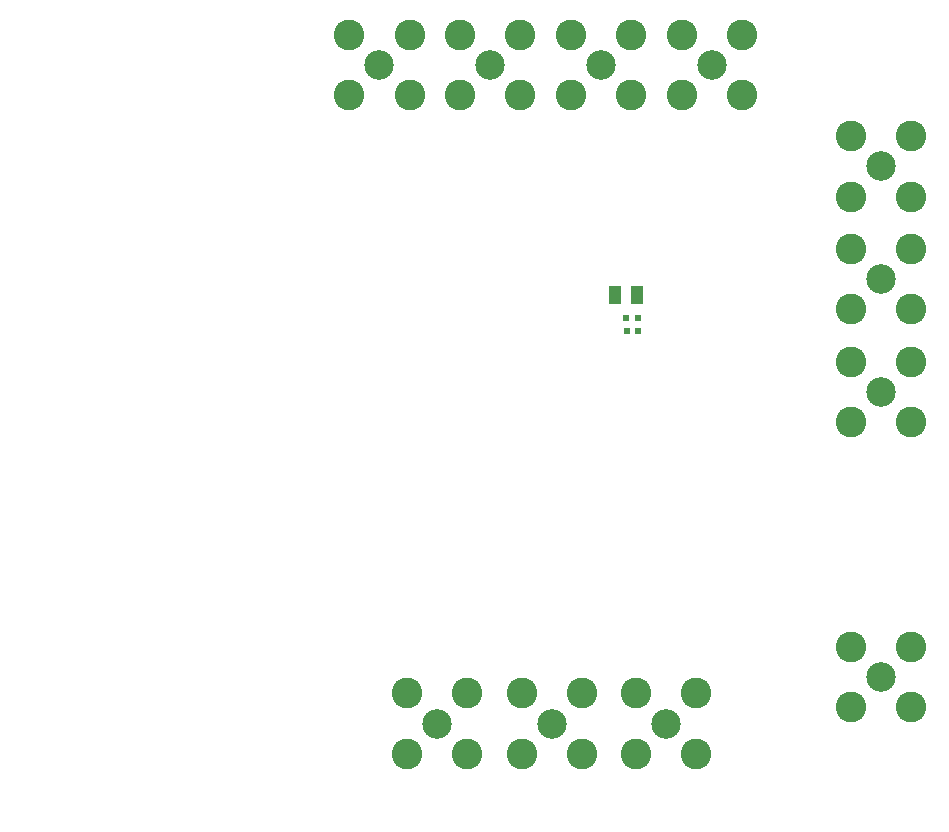
<source format=gbs>
G04*
G04 #@! TF.GenerationSoftware,Altium Limited,Altium Designer,23.0.1 (38)*
G04*
G04 Layer_Color=16711935*
%FSLAX43Y43*%
%MOMM*%
G71*
G04*
G04 #@! TF.SameCoordinates,7396F043-7EEE-4AB4-9329-D6416C11A689*
G04*
G04*
G04 #@! TF.FilePolarity,Negative*
G04*
G01*
G75*
%ADD47R,0.600X0.600*%
%ADD48R,1.050X1.500*%
%ADD72C,2.600*%
%ADD73C,2.500*%
%ADD74C,0.100*%
D47*
X82225Y46955D02*
D03*
X81225D02*
D03*
X82219Y45924D02*
D03*
X81319D02*
D03*
D48*
X82175Y48911D02*
D03*
X80325D02*
D03*
D72*
X82093Y10100D02*
D03*
Y15200D02*
D03*
X87193D02*
D03*
Y10100D02*
D03*
X72406D02*
D03*
Y15200D02*
D03*
X77506D02*
D03*
Y10100D02*
D03*
X57817Y70975D02*
D03*
Y65875D02*
D03*
X62917D02*
D03*
Y70975D02*
D03*
X105398Y57275D02*
D03*
X100298D02*
D03*
Y62375D02*
D03*
X105398D02*
D03*
X67818Y10100D02*
D03*
Y15200D02*
D03*
X62718D02*
D03*
Y10100D02*
D03*
X67203Y70975D02*
D03*
Y65875D02*
D03*
X72303D02*
D03*
Y70975D02*
D03*
X105398Y52812D02*
D03*
X100298D02*
D03*
Y47712D02*
D03*
X105398D02*
D03*
Y43249D02*
D03*
X100298D02*
D03*
Y38149D02*
D03*
X105398D02*
D03*
Y19176D02*
D03*
X100298D02*
D03*
Y14076D02*
D03*
X105398D02*
D03*
X85976Y70975D02*
D03*
Y65875D02*
D03*
X91076D02*
D03*
Y70975D02*
D03*
X76589D02*
D03*
Y65875D02*
D03*
X81689D02*
D03*
Y70975D02*
D03*
D73*
X84643Y12650D02*
D03*
X74956D02*
D03*
X102848Y50262D02*
D03*
Y40699D02*
D03*
Y16626D02*
D03*
X88526Y68425D02*
D03*
X79139D02*
D03*
X65268Y12650D02*
D03*
X60367Y68425D02*
D03*
X69753D02*
D03*
X102848Y59825D02*
D03*
D74*
X30201Y20124D02*
D03*
Y25204D02*
D03*
Y31809D02*
D03*
Y36889D02*
D03*
X47325Y71350D02*
D03*
Y5200D02*
D03*
X101125Y71350D02*
D03*
Y5200D02*
D03*
M02*

</source>
